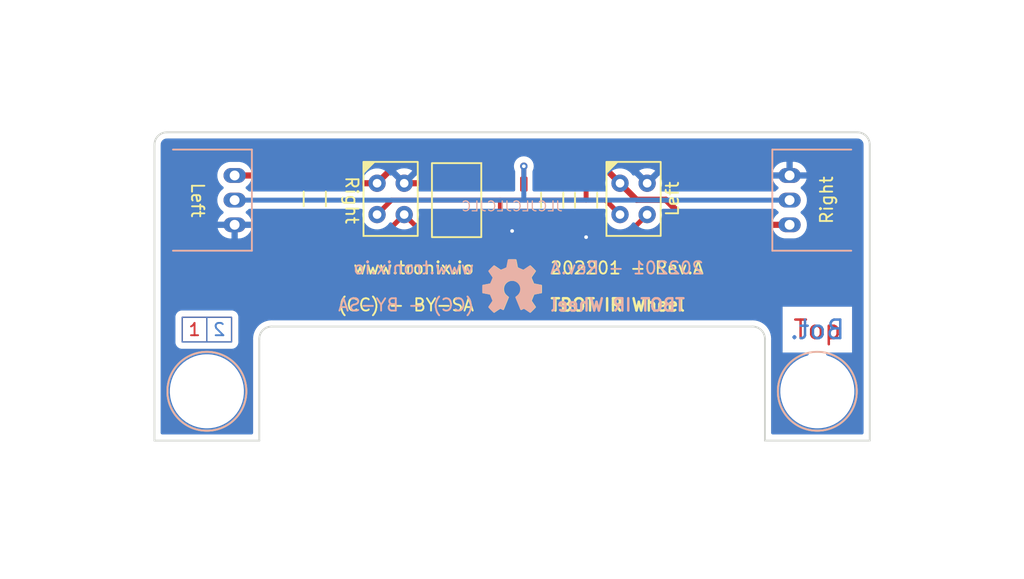
<source format=kicad_pcb>
(kicad_pcb (version 20211014) (generator pcbnew)
  (title_block (title "TBOT - IR Wheel") (date "01/2022") (rev "A"))
  (layers (0 "F.Cu" signal) (31 "B.Cu" signal) (34 "B.Paste" user) (35 "F.Paste" user) (36 "B.SilkS" user "B.Silkscreen") (37 "F.SilkS" user "F.Silkscreen") (38 "B.Mask" user) (39 "F.Mask" user) (44 "Edge.Cuts" user))
  (net 0 "")
  (net 1 "GND")
  (net 2 "+5V")
  (net 3 "Net-(IC1-Pad1)")
  (net 4 "Net-(IC1-Pad4)")
  (net 5 "Net-(K1-Pad2)")
  (net 6 "Net-(U1-Pad3)")
  (footprint "tronixio:zzzTC33X" (layer "F.Cu") (at 124.5 80.5 180)
    (fp_text reference "P1")
    (fp_text value "BOURNS-TC33X-1K")
    (fp_rect (start -2 3) (end 2 -3) (layer "F.SilkS") (width 0.15) (fill none))
    (pad "1" smd roundrect (at -1 2 180) (size 1.2 1.2) (layers "F.Cu" "F.Paste" "F.Mask") (roundrect_rratio 0.15) (net 2 "+5V"))
    (pad "2" smd roundrect (at 0 -2 180) (size 1.5 1.5) (layers "F.Cu" "F.Paste" "F.Mask") (roundrect_rratio 0.15) (net 6 "Net-(U1-Pad3)"))
    (pad "3" smd roundrect (at 1 2 180) (size 1.2 1.2) (layers "F.Cu" "F.Paste" "F.Mask") (roundrect_rratio 0.15) (net 1 "GND"))
  )
  (footprint "tronixio:SOT-23-5" (layer "F.Cu") (at 129 80.5 90)
    (fp_text reference "U1")
    (fp_text value "MICROCHIP-MCP6541-SOT-23")
    (pad "1" smd roundrect (at -1.3 -0.95 90) (size 1.2 0.6) (layers "F.Cu" "F.Paste" "F.Mask") (roundrect_rratio 0.15) (net 4 "Net-(IC1-Pad4)"))
    (pad "2" smd roundrect (at -1.3 0 90) (size 1.2 0.6) (layers "F.Cu" "F.Paste" "F.Mask") (roundrect_rratio 0.15) (net 1 "GND"))
    (pad "3" smd roundrect (at -1.3 0.95 90) (size 1.2 0.6) (layers "F.Cu" "F.Paste" "F.Mask") (roundrect_rratio 0.15) (net 6 "Net-(U1-Pad3)"))
    (pad "4" smd roundrect (at 1.3 0.95 90) (size 1.2 0.6) (layers "F.Cu" "F.Paste" "F.Mask") (roundrect_rratio 0.15) (net 5 "Net-(K1-Pad2)"))
    (pad "5" smd roundrect (at 1.3 -0.95 90) (size 1.2 0.6) (layers "F.Cu" "F.Paste" "F.Mask") (roundrect_rratio 0.15) (net 2 "+5V"))
  )
  (footprint "tronixio:OSHW-5MM" (layer "F.Cu") (at 129 87.5)
    (fp_text reference "GT" hide)
    (fp_text value "LOGO" hide)
    (fp_poly (pts (xy 0.112503 -2.205305) (xy 0.188585 -2.204991) (xy 0.245175 -2.204139) (xy 0.285349 -2.202485) (xy 0.312183 -2.19976) (xy 0.328754 -2.195697) (xy 0.338137 -2.190029) (xy 0.343407 -2.182489) (xy 0.346067 -2.176502) (xy 0.351819 -2.155872) (xy 0.361219 -2.114019) (xy 0.373445 -2.054971) (xy 0.387673 -1.982754) (xy 0.403082 -1.901397) (xy 0.410766 -1.859685) (xy 0.426304 -1.776128) (xy 0.440921 -1.700487) (xy 0.453831 -1.636607) (xy 0.464245 -1.58833) (xy 0.471376 -1.559501) (xy 0.473495 -1.553524) (xy 0.487624 -1.543829) (xy 0.520987 -1.52669) (xy 0.568967 -1.504087) (xy 0.626948 -1.477998) (xy 0.690314 -1.450405) (xy 0.754449 -1.423285) (xy 0.814737 -1.398618) (xy 0.866561 -1.378383) (xy 0.905305 -1.36456) (xy 0.926354 -1.359128) (xy 0.92691 -1.359112) (xy 0.941518 -1.366107) (xy 0.97411 -1.385773) (xy 1.021624 -1.416127) (xy 1.080997 -1.455189) (xy 1.149167 -1.500978) (xy 1.204337 -1.538617) (xy 1.276991 -1.58813) (xy 1.343025 -1.632413) (xy 1.399403 -1.669487) (xy 1.443088 -1.697374) (xy 1.471043 -1.714097) (xy 1.47988 -1.718122) (xy 1.493641 -1.709282) (xy 1.521915 -1.684807) (xy 1.561669 -1.647768) (xy 1.609873 -1.601234) (xy 1.663495 -1.548276) (xy 1.719505 -1.491962) (xy 1.774871 -1.435363) (xy 1.826562 -1.381549) (xy 1.871548 -1.33359) (xy 1.906797 -1.294555) (xy 1.929278 -1.267514) (xy 1.936093 -1.256075) (xy 1.930212 -1.239792) (xy 1.912193 -1.207543) (xy 1.881475 -1.158462) (xy 1.837495 -1.091686) (xy 1.779689 -1.00635) (xy 1.707495 -0.901591) (xy 1.671879 -0.850344) (xy 1.638824 -0.80126) (xy 1.612148 -0.758563) (xy 1.594893 -0.727324) (xy 1.589904 -0.713655) (xy 1.594754 -0.697334) (xy 1.608013 -0.662128) (xy 1.62775 -0.612617) (xy 1.652031 -0.55338) (xy 1.678922 -0.488996) (xy 1.706491 -0.424047) (xy 1.732803 -0.363111) (xy 1.755927 -0.310768) (xy 1.773928 -0.271598) (xy 1.784874 -0.25018) (xy 1.786526 -0.247868) (xy 1.800495 -0.243726) (xy 1.836105 -0.235699) (xy 1.889773 -0.224522) (xy 1.957915 -0.210929) (xy 2.036948 -0.195656) (xy 2.090365 -0.185568) (xy 2.175183 -0.169544) (xy 2.252099 -0.15474) (xy 2.317349 -0.141901) (xy 2.367173 -0.131773) (xy 2.397809 -0.125104) (xy 2.405431 -0.123066) (xy 2.411063 -0.116814) (xy 2.415426 -0.101095) (xy 2.418668 -0.073197) (xy 2.420933 -0.030409) (xy 2.422366 0.02998) (xy 2.423114 0.110684) (xy 2.423321 0.210293) (xy 2.423202 0.310587) (xy 2.422711 0.388201) (xy 2.421649 0.446096) (xy 2.419816 0.487237) (xy 2.417013 0.514584) (xy 2.41304 0.531101) (xy 2.407697 0.53975) (xy 2.400883 0.543466) (xy 2.378661 0.548625) (xy 2.338314 0.556746) (xy 2.286985 0.566415) (xy 2.263049 0.570744) (xy 2.127407 0.595376) (xy 2.016332 0.616479) (xy 1.929018 0.634225) (xy 1.864656 0.64879) (xy 1.82244 0.660347) (xy 1.801562 0.66907) (xy 1.79987 0.670496) (xy 1.791465 0.686078) (xy 1.775685 0.720992) (xy 1.754362 0.770707) (xy 1.729327 0.830694) (xy 1.702414 0.896422) (xy 1.675454 0.96336) (xy 1.650281 1.026979) (xy 1.628726 1.082748) (xy 1.612622 1.126137) (xy 1.603801 1.152615) (xy 1.602692 1.157988) (xy 1.610028 1.172767) (xy 1.63143 1.207108) (xy 1.666036 1.259722) (xy 1.712983 1.329322) (xy 1.771408 1.414621) (xy 1.840447 1.51433) (xy 1.867654 1.553391) (xy 1.897811 1.599113) (xy 1.921185 1.639288) (xy 1.934376 1.667841) (xy 1.936093 1.675677) (xy 1.927103 1.692014) (xy 1.901418 1.723855) (xy 1.860965 1.769075) (xy 1.807672 1.82555) (xy 1.743466 1.891154) (xy 1.71296 1.921664) (xy 1.643302 1.990709) (xy 1.589314 2.043494) (xy 1.548612 2.081971) (xy 1.518813 2.108091) (xy 1.497532 2.123805) (xy 1.482386 2.131066) (xy 1.470991 2.131825) (xy 1.460964 2.128033) (xy 1.460917 2.128008) (xy 1.441892 2.116253) (xy 1.405419 2.09234) (xy 1.355138 2.058707) (xy 1.294686 2.017792) (xy 1.227702 1.972033) (xy 1.210483 1.960205) (xy 1.143557 1.914694) (xy 1.083189 1.874607) (xy 1.032748 1.842104) (xy 0.995605 1.819344) (xy 0.975129 1.808488) (xy 0.972784 1.807875) (xy 0.955044 1.813477) (xy 0.920428 1.82855) (xy 0.874685 1.850498) (xy 0.843591 1.866246) (xy 0.794692 1.890329) (xy 0.754091 1.908142) (xy 0.727189 1.917434) (xy 0.719661 1.917874) (xy 0.71184 1.904564) (xy 0.695873 1.87093) (xy 0.673276 1.820398) (xy 0.645566 1.756397) (xy 0.614262 1.682354) (xy 0.595951 1.638326) (xy 0.555205 1.539832) (xy 0.509885 1.430374) (xy 0.463588 1.318629) (xy 0.419909 1.213275) (xy 0.382617 1.123407) (xy 0.352192 1.049365) (xy 0.325466 0.982847) (xy 0.303922 0.927668) (xy 0.289044 0.887646) (xy 0.282318 0.866596) (xy 0.28208 0.86489) (xy 0.291868 0.850064) (xy 0.317767 0.825757) (xy 0.354572 0.796754) (xy 0.362216 0.791216) (xy 0.47362 0.699405) (xy 0.560778 0.600114) (xy 0.624272 0.492284) (xy 0.664684 0.374854) (xy 0.682594 0.246763) (xy 0.683668 0.205149) (xy 0.672966 0.079705) (xy 0.639876 -0.035509) (xy 0.583362 -0.143051) (xy 0.502387 -0.245478) (xy 0.500128 -0.247901) (xy 0.404266 -0.332655) (xy 0.297367 -0.395917) (xy 0.182586 -0.437559) (xy 0.063074 -0.45745) (xy -0.058015 -0.455461) (xy -0.177529 -0.431461) (xy -0.292317 -0.38532) (xy -0.399224 -0.316909) (xy -0.435557 -0.286461) (xy -0.524789 -0.19034) (xy -0.590858 -0.083248) (xy -0.63358 0.034398) (xy -0.65277 0.162186) (xy -0.653912 0.203806) (xy -0.64477 0.331905) (xy -0.616397 0.446756) (xy -0.567372 0.551025) (xy -0.496276 0.647379) (xy -0.401689 0.738486) (xy -0.345898 0.782346) (xy -0.305473 0.814275) (xy -0.274554 0.84243) (xy -0.257973 0.862253) (xy -0.256436 0.866724) (xy -0.261189 0.882472) (xy -0.274692 0.919019) (xy -0.295811 0.973504) (xy -0.323413 1.043065) (xy -0.356365 1.124837) (xy -0.393532 1.21596) (xy -0.424781 1.291835) (xy -0.466473 1.392714) (xy -0.506757 1.490316) (xy -0.54414 1.581016) (xy -0.57713 1.661187) (xy -0.604234 1.727202) (xy -0.623959 1.775436) (xy -0.631922 1.795053) (xy -0.656173 1.85428) (xy -0.675445 1.89208) (xy -0.695005 1.910535) (xy -0.720119 1.911726) (xy -0.756055 1.897735) (xy -0.80808 1.870643) (xy -0.814523 1.867212) (xy -0.863833 1.841835) (xy -0.905672 1.821875) (xy -0.934272 1.810004) (xy -0.942679 1.807875) (xy -0.957624 1.814831) (xy -0.990452 1.834339) (xy -1.037961 1.864353) (xy -1.096948 1.902829) (xy -1.164211 1.947723) (xy -1.20379 1.974558) (xy -1.273782 2.022017) (xy -1.336742 2.064219) (xy -1.389581 2.099132) (xy -1.429212 2.124728) (xy -1.452547 2.138976) (xy -1.457362 2.141242) (xy -1.468597 2.132572) (xy -1.495354 2.108206) (xy -1.53505 2.070611) (xy -1.585104 2.022252) (xy -1.642932 1.965596) (xy -1.688443 1.920545) (xy -1.754363 1.854061) (xy -1.811428 1.794627) (xy -1.857492 1.744605) (xy -1.890411 1.706358) (xy -1.908038 1.682247) (xy -1.910449 1.676115) (xy -1.903342 1.656709) (xy -1.88402 1.621725) (xy -1.855484 1.576225) (xy -1.822794 1.528185) (xy -1.761853 1.44109) (xy -1.706889 1.361082) (xy -1.659529 1.29063) (xy -1.621397 1.232204) (xy -1.594118 1.188276) (xy -1.579316 1.161316) (xy -1.577082 1.154608) (xy -1.581837 1.136716) (xy -1.594857 1.099854) (xy -1.614275 1.048609) (xy -1.638222 0.987568) (xy -1.664831 0.921316) (xy -1.692235 0.854442) (xy -1.718566 0.791531) (xy -1.741957 0.737171) (xy -1.76054 0.695948) (xy -1.772447 0.672449) (xy -1.774702 0.66925) (xy -1.791569 0.66222) (xy -1.829891 0.651729) (xy -1.885847 0.638647) (xy -1.955617 0.623842) (xy -2.035381 0.608183) (xy -2.07828 0.60022) (xy -2.161621 0.584627) (xy -2.236906 0.569745) (xy -2.300315 0.556391) (xy -2.348033 0.545387) (xy -2.37624 0.537551) (xy -2.381867 0.535051) (xy -2.387099 0.524908) (xy -2.390991 0.502231) (xy -2.393638 0.46456) (xy -2.395134 0.409435) (xy -2.395573 0.334397) (xy -2.39505 0.236985) (xy -2.394689 0.200194) (xy -2.391267 -0.121807) (xy -2.282282 -0.143659) (xy -2.229898 -0.153965) (xy -2.160108 -0.167419) (xy -2.080727 -0.182526) (xy -1.999569 -0.197795) (xy -1.970053 -0.203298) (xy -1.900658 -0.216734) (xy -1.840162 -0.229455) (xy -1.793065 -0.240437) (xy -1.763866 -0.248652) (xy -1.756665 -0.251967) (xy -1.746988 -0.268752) (xy -1.729936 -0.304533) (xy -1.707477 -0.354612) (xy -1.681582 -0.414291) (xy -1.654218 -0.478872) (xy -1.627353 -0.543658) (xy -1.602957 -0.60395) (xy -1.582998 -0.65505) (xy -1.569445 -0.692261) (xy -1.564266 -0.710885) (xy -1.564261 -0.711124) (xy -1.571273 -0.727773) (xy -1.590937 -0.762151) (xy -1.621195 -0.810982) (xy -1.659988 -0.870991) (xy -1.705259 -0.938901) (xy -1.732615 -0.979077) (xy -1.780965 -1.050145) (xy -1.82446 -1.115201) (xy -1.860949 -1.170937) (xy -1.888284 -1.214046) (xy -1.904314 -1.24122) (xy -1.907531 -1.248169) (xy -1.904717 -1.261112) (xy -1.890381 -1.283286) (xy -1.863069 -1.316351) (xy -1.821325 -1.361969) (xy -1.763692 -1.421801) (xy -1.691232 -1.494988) (xy -1.628982 -1.55669) (xy -1.572135 -1.611849) (xy -1.523344 -1.657988) (xy -1.485263 -1.692627) (xy -1.460542 -1.713289) (xy -1.452414 -1.718122) (xy -1.437782 -1.711105) (xy -1.405251 -1.6914) (xy -1.357928 -1.661025) (xy -1.298923 -1.621998) (xy -1.231343 -1.576338) (xy -1.183018 -1.543181) (xy -1.111112 -1.493886) (xy -1.04544 -1.44951) (xy -0.989183 -1.41215) (xy -0.945519 -1.383901) (xy -0.917627 -1.36686) (xy -0.90944 -1.362781) (xy -0.891885 -1.365776) (xy -0.855505 -1.377082) (xy -0.805012 -1.394838) (xy -0.745121 -1.417183) (xy -0.680546 -1.442257) (xy -0.616001 -1.468199) (xy -0.5562 -1.493147) (xy -0.505857 -1.515243) (xy -0.469686 -1.532623) (xy -0.45278 -1.543038) (xy -0.446293 -1.559308) (xy -0.436108 -1.597206) (xy -0.423041 -1.653118) (xy -0.407909 -1.723429) (xy -0.391528 -1.804525) (xy -0.378917 -1.870225) (xy -0.362481 -1.956759) (xy -0.347254 -2.035011) (xy -0.333961 -2.101421) (xy -0.323321 -2.152432) (xy -0.316058 -2.184486) (xy -0.31324 -2.193976) (xy -0.299005 -2.197095) (xy -0.262664 -2.199887) (xy -0.207755 -2.20223) (xy -0.137813 -2.204) (xy -0.056376 -2.205075) (xy 0.013853 -2.205351)) (layer "F.SilkS") (width 0) (fill solid))
  )
  (footprint "tronixio:zzOPB-606" (layer "F.Cu") (at 138.85 80.4)
    (fp_text reference "IC2")
    (fp_text value "TTE-OPB606")
    (fp_rect (start -2.2 3) (end 2.2 -3) (layer "F.SilkS") (width 0.15) (fill none))
    (fp_poly (pts (xy -2.2 -2.1) (xy -2.2 -3) (xy -1.3 -3)) (layer "F.SilkS") (width 0.12) (fill solid))
    (pad "1" thru_hole circle locked (at 1.1 1.27) (size 1.4 1.4) (drill 0.7) (layers *.Cu *.Mask) (net 3 "Net-(IC1-Pad1)"))
    (pad "2" thru_hole circle locked (at 1.1 -1.27) (size 1.4 1.4) (drill 0.7) (layers *.Cu *.Mask) (net 1 "GND"))
    (pad "3" thru_hole circle locked (at -1.1 -1.27) (size 1.4 1.4) (drill 0.7) (layers *.Cu *.Mask) (net 2 "+5V"))
    (pad "4" thru_hole circle locked (at -1.1 1.27) (size 1.4 1.4) (drill 0.7) (layers *.Cu *.Mask) (net 4 "Net-(IC1-Pad4)"))
  )
  (footprint "tronixio:RESISTOR-1206" (layer "F.Cu") (at 135 80.5 90)
    (fp_text reference "R2")
    (fp_text value "10K")
    (fp_line (start -0.6 0.9) (end 0.6 0.9) (layer "F.SilkS") (width 0.15))
    (fp_line (start -0.6 -0.9) (end 0.6 -0.9) (layer "F.SilkS") (width 0.15))
    (pad "1" smd roundrect (at -1.5 0 90) (size 1.3 1.75) (layers "F.Cu" "F.Paste" "F.Mask") (roundrect_rratio 0.15) (net 1 "GND"))
    (pad "2" smd roundrect (at 1.5 0 90) (size 1.3 1.75) (layers "F.Cu" "F.Paste" "F.Mask") (roundrect_rratio 0.15) (net 4 "Net-(IC1-Pad4)"))
  )
  (footprint "tronixio:zzOPB-606" (layer "F.Cu") (at 119.15 80.4)
    (fp_text reference "IC1")
    (fp_text value "TTE-OPB606")
    (fp_rect (start -2.2 3) (end 2.2 -3) (layer "F.SilkS") (width 0.15) (fill none))
    (fp_poly (pts (xy -2.2 -2.1) (xy -2.2 -3) (xy -1.3 -3)) (layer "F.SilkS") (width 0.12) (fill solid))
    (pad "1" thru_hole circle locked (at 1.1 1.27) (size 1.4 1.4) (drill 0.7) (layers *.Cu *.Mask) (net 3 "Net-(IC1-Pad1)"))
    (pad "2" thru_hole circle locked (at 1.1 -1.27) (size 1.4 1.4) (drill 0.7) (layers *.Cu *.Mask) (net 1 "GND"))
    (pad "3" thru_hole circle locked (at -1.1 -1.27) (size 1.4 1.4) (drill 0.7) (layers *.Cu *.Mask) (net 2 "+5V"))
    (pad "4" thru_hole circle locked (at -1.1 1.27) (size 1.4 1.4) (drill 0.7) (layers *.Cu *.Mask) (net 4 "Net-(IC1-Pad4)"))
  )
  (footprint "tronixio:CAPACITOR-1206" (layer "F.Cu") (at 132.25 80.5 -90)
    (fp_text reference "C1")
    (fp_text value "100n")
    (fp_line (start -0.6 0.9) (end 0.6 0.9) (layer "F.SilkS") (width 0.15))
    (fp_line (start -0.6 -0.9) (end 0.6 -0.9) (layer "F.SilkS") (width 0.15))
    (pad "1" smd roundrect (at -1.5 0 270) (size 1.3 1.75) (layers "F.Cu" "F.Paste" "F.Mask") (roundrect_rratio 0.15) (net 2 "+5V"))
    (pad "2" smd roundrect (at 1.5 0 270) (size 1.3 1.75) (layers "F.Cu" "F.Paste" "F.Mask") (roundrect_rratio 0.15) (net 1 "GND"))
  )
  (footprint "tronixio:RESISTOR-1206" (layer "F.Cu") (at 113 80.4 90)
    (fp_text reference "R1")
    (fp_text value "220Ω")
    (fp_line (start -0.6 -0.9) (end 0.6 -0.9) (layer "F.SilkS") (width 0.15))
    (fp_line (start -0.6 0.9) (end 0.6 0.9) (layer "F.SilkS") (width 0.15))
    (pad "1" smd roundrect (at -1.5 0 90) (size 1.3 1.75) (layers "F.Cu" "F.Paste" "F.Mask") (roundrect_rratio 0.15) (net 3 "Net-(IC1-Pad1)"))
    (pad "2" smd roundrect (at 1.5 0 90) (size 1.3 1.75) (layers "F.Cu" "F.Paste" "F.Mask") (roundrect_rratio 0.15) (net 2 "+5V"))
  )
  (footprint "tronixio:M3-MASK" (layer "B.Cu") (at 153.75 96 180)
    (fp_text reference "H2" hide)
    (fp_text value "MOUNTING-HOLE-MASK-3MM" hide)
    (fp_circle (center 0 0) (end 3.2 0) (layer "B.SilkS") (width 0.15) (fill none))
    (fp_circle (center 0 0) (end 3.2 0) (layer "F.SilkS") (width 0.15) (fill none))
    (pad "" np_thru_hole circle locked (at 0 0 180) (size 3 3) (drill 3) (layers F&B.Cu *.Mask) (clearance 1.5))
  )
  (footprint "tronixio:MOLEX-532540370" (layer "B.Cu") (at 151.5 82.5 90)
    (fp_text reference "K2")
    (fp_text value "MOLEX-MICRO-LATCH-03-RIGHT-ANGLE")
    (fp_line (start -2.1 -1.4) (end 6.1 -1.4) (layer "B.SilkS") (width 0.15))
    (fp_line (start -2.1 5) (end -2.1 -1.4) (layer "B.SilkS") (width 0.15))
    (fp_line (start 6.1 -1.4) (end 6.1 5) (layer "B.SilkS") (width 0.15))
    (pad "1" thru_hole oval locked (at 0 0 90) (size 1.2 1.8) (drill 0.8) (layers *.Cu *.Mask) (net 2 "+5V"))
    (pad "2" thru_hole oval locked (at 2 0 90) (size 1.2 1.8) (drill 0.8) (layers *.Cu *.Mask) (net 5 "Net-(K1-Pad2)"))
    (pad "3" thru_hole oval locked (at 4 0 90) (size 1.2 1.8) (drill 0.8) (layers *.Cu *.Mask) (net 1 "GND"))
  )
  (footprint "tronixio:M3-MASK" (layer "B.Cu") (at 104.25 96 90)
    (fp_text reference "H1" hide)
    (fp_text value "MOUNTING-HOLE-MASK-3MM" hide)
    (fp_circle (center 0 0) (end 3.2 0) (layer "B.SilkS") (width 0.15) (fill none))
    (fp_circle (center 0 0) (end 3.2 0) (layer "F.SilkS") (width 0.15) (fill none))
    (pad "" np_thru_hole circle locked (at 0 0 90) (size 3 3) (drill 3) (layers F&B.Cu *.Mask) (clearance 1.5))
  )
  (footprint "tronixio:MOLEX-532540370" (layer "B.Cu") (at 106.5 78.5 -90)
    (fp_text reference "K1")
    (fp_text value "MOLEX-MICRO-LATCH-03-RIGHT-ANGLE")
    (fp_line (start -2.1 5) (end -2.1 -1.4) (layer "B.SilkS") (width 0.15))
    (fp_line (start 6.1 -1.4) (end 6.1 5) (layer "B.SilkS") (width 0.15))
    (fp_line (start -2.1 -1.4) (end 6.1 -1.4) (layer "B.SilkS") (width 0.15))
    (pad "1" thru_hole oval locked (at 0 0 270) (size 1.2 1.8) (drill 0.8) (layers *.Cu *.Mask) (net 2 "+5V"))
    (pad "2" thru_hole oval locked (at 2 0 270) (size 1.2 1.8) (drill 0.8) (layers *.Cu *.Mask) (net 5 "Net-(K1-Pad2)"))
    (pad "3" thru_hole oval locked (at 4 0 270) (size 1.2 1.8) (drill 0.8) (layers *.Cu *.Mask) (net 1 "GND"))
  )
  (footprint "tronixio:OSHW-5MM" (layer "B.Cu") (at 129 87.5 180)
    (fp_text reference "GB" hide)
    (fp_text value "LOGO" hide)
    (fp_poly (pts (xy 0.112503 2.205305) (xy 0.188585 2.204991) (xy 0.245175 2.204139) (xy 0.285349 2.202485) (xy 0.312183 2.19976) (xy 0.328754 2.195697) (xy 0.338137 2.190029) (xy 0.343407 2.182489) (xy 0.346067 2.176502) (xy 0.351819 2.155872) (xy 0.361219 2.114019) (xy 0.373445 2.054971) (xy 0.387673 1.982754) (xy 0.403082 1.901397) (xy 0.410766 1.859685) (xy 0.426304 1.776128) (xy 0.440921 1.700487) (xy 0.453831 1.636607) (xy 0.464245 1.58833) (xy 0.471376 1.559501) (xy 0.473495 1.553524) (xy 0.487624 1.543829) (xy 0.520987 1.52669) (xy 0.568967 1.504087) (xy 0.626948 1.477998) (xy 0.690314 1.450405) (xy 0.754449 1.423285) (xy 0.814737 1.398618) (xy 0.866561 1.378383) (xy 0.905305 1.36456) (xy 0.926354 1.359128) (xy 0.92691 1.359112) (xy 0.941518 1.366107) (xy 0.97411 1.385773) (xy 1.021624 1.416127) (xy 1.080997 1.455189) (xy 1.149167 1.500978) (xy 1.204337 1.538617) (xy 1.276991 1.58813) (xy 1.343025 1.632413) (xy 1.399403 1.669487) (xy 1.443088 1.697374) (xy 1.471043 1.714097) (xy 1.47988 1.718122) (xy 1.493641 1.709282) (xy 1.521915 1.684807) (xy 1.561669 1.647768) (xy 1.609873 1.601234) (xy 1.663495 1.548276) (xy 1.719505 1.491962) (xy 1.774871 1.435363) (xy 1.826562 1.381549) (xy 1.871548 1.33359) (xy 1.906797 1.294555) (xy 1.929278 1.267514) (xy 1.936093 1.256075) (xy 1.930212 1.239792) (xy 1.912193 1.207543) (xy 1.881475 1.158462) (xy 1.837495 1.091686) (xy 1.779689 1.00635) (xy 1.707495 0.901591) (xy 1.671879 0.850344) (xy 1.638824 0.80126) (xy 1.612148 0.758563) (xy 1.594893 0.727324) (xy 1.589904 0.713655) (xy 1.594754 0.697334) (xy 1.608013 0.662128) (xy 1.62775 0.612617) (xy 1.652031 0.55338) (xy 1.678922 0.488996) (xy 1.706491 0.424047) (xy 1.732803 0.363111) (xy 1.755927 0.310768) (xy 1.773928 0.271598) (xy 1.784874 0.25018) (xy 1.786526 0.247868) (xy 1.800495 0.243726) (xy 1.836105 0.235699) (xy 1.889773 0.224522) (xy 1.957915 0.210929) (xy 2.036948 0.195656) (xy 2.090365 0.185568) (xy 2.175183 0.169544) (xy 2.252099 0.15474) (xy 2.317349 0.141901) (xy 2.367173 0.131773) (xy 2.397809 0.125104) (xy 2.405431 0.123066) (xy 2.411063 0.116814) (xy 2.415426 0.101095) (xy 2.418668 0.073197) (xy 2.420933 0.030409) (xy 2.422366 -0.02998) (xy 2.423114 -0.110684) (xy 2.423321 -0.210293) (xy 2.423202 -0.310587) (xy 2.422711 -0.388201) (xy 2.421649 -0.446096) (xy 2.419816 -0.487237) (xy 2.417013 -0.514584) (xy 2.41304 -0.531101) (xy 2.407697 -0.53975) (xy 2.400883 -0.543466) (xy 2.378661 -0.548625) (xy 2.338314 -0.556746) (xy 2.286985 -0.566415) (xy 2.263049 -0.570744) (xy 2.127407 -0.595376) (xy 2.016332 -0.616479) (xy 1.929018 -0.634225) (xy 1.864656 -0.64879) (xy 1.82244 -0.660347) (xy 1.801562 -0.66907) (xy 1.79987 -0.670496) (xy 1.791465 -0.686078) (xy 1.775685 -0.720992) (xy 1.754362 -0.770707) (xy 1.729327 -0.830694) (xy 1.702414 -0.896422) (xy 1.675454 -0.96336) (xy 1.650281 -1.026979) (xy 1.628726 -1.082748) (xy 1.612622 -1.126137) (xy 1.603801 -1.152615) (xy 1.602692 -1.157988) (xy 1.610028 -1.172767) (xy 1.63143 -1.207108) (xy 1.666036 -1.259722) (xy 1.712983 -1.329322) (xy 1.771408 -1.414621) (xy 1.840447 -1.51433) (xy 1.867654 -1.553391) (xy 1.897811 -1.599113) (xy 1.921185 -1.639288) (xy 1.934376 -1.667841) (xy 1.936093 -1.675677) (xy 1.927103 -1.692014) (xy 1.901418 -1.723855) (xy 1.860965 -1.769075) (xy 1.807672 -1.82555) (xy 1.743466 -1.891154) (xy 1.71296 -1.921664) (xy 1.643302 -1.990709) (xy 1.589314 -2.043494) (xy 1.548612 -2.081971) (xy 1.518813 -2.108091) (xy 1.497532 -2.123805) (xy 1.482386 -2.131066) (xy 1.470991 -2.131825) (xy 1.460964 -2.128033) (xy 1.460917 -2.128008) (xy 1.441892 -2.116253) (xy 1.405419 -2.09234) (xy 1.355138 -2.058707) (xy 1.294686 -2.017792) (xy 1.227702 -1.972033) (xy 1.210483 -1.960205) (xy 1.143557 -1.914694) (xy 1.083189 -1.874607) (xy 1.032748 -1.842104) (xy 0.995605 -1.819344) (xy 0.975129 -1.808488) (xy 0.972784 -1.807875) (xy 0.955044 -1.813477) (xy 0.920428 -1.82855) (xy 0.874685 -1.850498) (xy 0.843591 -1.866246) (xy 0.794692 -1.890329) (xy 0.754091 -1.908142) (xy 0.727189 -1.917434) (xy 0.719661 -1.917874) (xy 0.71184 -1.904564) (xy 0.695873 -1.87093) (xy 0.673276 -1.820398) (xy 0.645566 -1.756397) (xy 0.614262 -1.682354) (xy 0.595951 -1.638326) (xy 0.555205 -1.539832) (xy 0.509885 -1.430374) (xy 0.463588 -1.318629) (xy 0.419909 -1.213275) (xy 0.382617 -1.123407) (xy 0.352192 -1.049365) (xy 0.325466 -0.982847) (xy 0.303922 -0.927668) (xy 0.289044 -0.887646) (xy 0.282318 -0.866596) (xy 0.28208 -0.86489) (xy 0.291868 -0.850064) (xy 0.317767 -0.825757) (xy 0.354572 -0.796754) (xy 0.362216 -0.791216) (xy 0.47362 -0.699405) (xy 0.560778 -0.600114) (xy 0.624272 -0.492284) (xy 0.664684 -0.374854) (xy 0.682594 -0.246763) (xy 0.683668 -0.205149) (xy 0.672966 -0.079705) (xy 0.639876 0.035509) (xy 0.583362 0.143051) (xy 0.502387 0.245478) (xy 0.500128 0.247901) (xy 0.404266 0.332655) (xy 0.297367 0.395917) (xy 0.182586 0.437559) (xy 0.063074 0.45745) (xy -0.058015 0.455461) (xy -0.177529 0.431461) (xy -0.292317 0.38532) (xy -0.399224 0.316909) (xy -0.435557 0.286461) (xy -0.524789 0.19034) (xy -0.590858 0.083248) (xy -0.63358 -0.034398) (xy -0.65277 -0.162186) (xy -0.653912 -0.203806) (xy -0.64477 -0.331905) (xy -0.616397 -0.446756) (xy -0.567372 -0.551025) (xy -0.496276 -0.647379) (xy -0.401689 -0.738486) (xy -0.345898 -0.782346) (xy -0.305473 -0.814275) (xy -0.274554 -0.84243) (xy -0.257973 -0.862253) (xy -0.256436 -0.866724) (xy -0.261189 -0.882472) (xy -0.274692 -0.919019) (xy -0.295811 -0.973504) (xy -0.323413 -1.043065) (xy -0.356365 -1.124837) (xy -0.393532 -1.21596) (xy -0.424781 -1.291835) (xy -0.466473 -1.392714) (xy -0.506757 -1.490316) (xy -0.54414 -1.581016) (xy -0.57713 -1.661187) (xy -0.604234 -1.727202) (xy -0.623959 -1.775436) (xy -0.631922 -1.795053) (xy -0.656173 -1.85428) (xy -0.675445 -1.89208) (xy -0.695005 -1.910535) (xy -0.720119 -1.911726) (xy -0.756055 -1.897735) (xy -0.80808 -1.870643) (xy -0.814523 -1.867212) (xy -0.863833 -1.841835) (xy -0.905672 -1.821875) (xy -0.934272 -1.810004) (xy -0.942679 -1.807875) (xy -0.957624 -1.814831) (xy -0.990452 -1.834339) (xy -1.037961 -1.864353) (xy -1.096948 -1.902829) (xy -1.164211 -1.947723) (xy -1.20379 -1.974558) (xy -1.273782 -2.022017) (xy -1.336742 -2.064219) (xy -1.389581 -2.099132) (xy -1.429212 -2.124728) (xy -1.452547 -2.138976) (xy -1.457362 -2.141242) (xy -1.468597 -2.132572) (xy -1.495354 -2.108206) (xy -1.53505 -2.070611) (xy -1.585104 -2.022252) (xy -1.642932 -1.965596) (xy -1.688443 -1.920545) (xy -1.754363 -1.854061) (xy -1.811428 -1.794627) (xy -1.857492 -1.744605) (xy -1.890411 -1.706358) (xy -1.908038 -1.682247) (xy -1.910449 -1.676115) (xy -1.903342 -1.656709) (xy -1.88402 -1.621725) (xy -1.855484 -1.576225) (xy -1.822794 -1.528185) (xy -1.761853 -1.44109) (xy -1.706889 -1.361082) (xy -1.659529 -1.29063) (xy -1.621397 -1.232204) (xy -1.594118 -1.188276) (xy -1.579316 -1.161316) (xy -1.577082 -1.154608) (xy -1.581837 -1.136716) (xy -1.594857 -1.099854) (xy -1.614275 -1.048609) (xy -1.638222 -0.987568) (xy -1.664831 -0.921316) (xy -1.692235 -0.854442) (xy -1.718566 -0.791531) (xy -1.741957 -0.737171) (xy -1.76054 -0.695948) (xy -1.772447 -0.672449) (xy -1.774702 -0.66925) (xy -1.791569 -0.66222) (xy -1.829891 -0.651729) (xy -1.885847 -0.638647) (xy -1.955617 -0.623842) (xy -2.035381 -0.608183) (xy -2.07828 -0.60022) (xy -2.161621 -0.584627) (xy -2.236906 -0.569745) (xy -2.300315 -0.556391) (xy -2.348033 -0.545387) (xy -2.37624 -0.537551) (xy -2.381867 -0.535051) (xy -2.387099 -0.524908) (xy -2.390991 -0.502231) (xy -2.393638 -0.46456) (xy -2.395134 -0.409435) (xy -2.395573 -0.334397) (xy -2.39505 -0.236985) (xy -2.394689 -0.200194) (xy -2.391267 0.121807) (xy -2.282282 0.143659) (xy -2.229898 0.153965) (xy -2.160108 0.167419) (xy -2.080727 0.182526) (xy -1.999569 0.197795) (xy -1.970053 0.203298) (xy -1.900658 0.216734) (xy -1.840162 0.229455) (xy -1.793065 0.240437) (xy -1.763866 0.248652) (xy -1.756665 0.251967) (xy -1.746988 0.268752) (xy -1.729936 0.304533) (xy -1.707477 0.354612) (xy -1.681582 0.414291) (xy -1.654218 0.478872) (xy -1.627353 0.543658) (xy -1.602957 0.60395) (xy -1.582998 0.65505) (xy -1.569445 0.692261) (xy -1.564266 0.710885) (xy -1.564261 0.711124) (xy -1.571273 0.727773) (xy -1.590937 0.762151) (xy -1.621195 0.810982) (xy -1.659988 0.870991) (xy -1.705259 0.938901) (xy -1.732615 0.979077) (xy -1.780965 1.050145) (xy -1.82446 1.115201) (xy -1.860949 1.170937) (xy -1.888284 1.214046) (xy -1.904314 1.24122) (xy -1.907531 1.248169) (xy -1.904717 1.261112) (xy -1.890381 1.283286) (xy -1.863069 1.316351) (xy -1.821325 1.361969) (xy -1.763692 1.421801) (xy -1.691232 1.494988) (xy -1.628982 1.55669) (xy -1.572135 1.611849) (xy -1.523344 1.657988) (xy -1.485263 1.692627) (xy -1.460542 1.713289) (xy -1.452414 1.718122) (xy -1.437782 1.711105) (xy -1.405251 1.6914) (xy -1.357928 1.661025) (xy -1.298923 1.621998) (xy -1.231343 1.576338) (xy -1.183018 1.543181) (xy -1.111112 1.493886) (xy -1.04544 1.44951) (xy -0.989183 1.41215) (xy -0.945519 1.383901) (xy -0.917627 1.36686) (xy -0.90944 1.362781) (xy -0.891885 1.365776) (xy -0.855505 1.377082) (xy -0.805012 1.394838) (xy -0.745121 1.417183) (xy -0.680546 1.442257) (xy -0.616001 1.468199) (xy -0.5562 1.493147) (xy -0.505857 1.515243) (xy -0.469686 1.532623) (xy -0.45278 1.543038) (xy -0.446293 1.559308) (xy -0.436108 1.597206) (xy -0.423041 1.653118) (xy -0.407909 1.723429) (xy -0.391528 1.804525) (xy -0.378917 1.870225) (xy -0.362481 1.956759) (xy -0.347254 2.035011) (xy -0.333961 2.101421) (xy -0.323321 2.152432) (xy -0.316058 2.184486) (xy -0.31324 2.193976) (xy -0.299005 2.197095) (xy -0.262664 2.199887) (xy -0.207755 2.20223) (xy -0.137813 2.204) (xy -0.056376 2.205075) (xy 0.013853 2.205351)) (layer "B.SilkS") (width 0) (fill solid))
  )
  (gr_rect (start 102.25 92) (end 106.25 90) (layer "F.Cu") (width 0.1) (fill none))
  (gr_line (start 104.25 92) (end 104.25 90) (layer "F.Cu") (width 0.1))
  (gr_line (start 104.25 92) (end 104.25 90) (layer "B.Cu") (width 0.1))
  (gr_rect (start 102.25 92) (end 106.25 90) (layer "B.Cu") (width 0.1) (fill none))
  (gr_arc (start 148.5 90.75) (mid 149.207107 91.042893) (end 149.5 91.75) (layer "Edge.Cuts") (width 0.15))
  (gr_arc (start 157 75) (mid 157.707107 75.292893) (end 158 76) (layer "Edge.Cuts") (width 0.15))
  (gr_line (start 149.5 100) (end 158 100) (layer "Edge.Cuts") (width 0.15))
  (gr_line (start 100 76) (end 100 100) (layer "Edge.Cuts") (width 0.15))
  (gr_arc (start 108.5 91.75) (mid 108.792893 91.042893) (end 109.5 90.75) (layer "Edge.Cuts") (width 0.15))
  (gr_line (start 100 100) (end 108.5 100) (layer "Edge.Cuts") (width 0.15))
  (gr_line (start 149.5 91.75) (end 149.5 100) (layer "Edge.Cuts") (width 0.15))
  (gr_line (start 157 75) (end 101 75) (layer "Edge.Cuts") (width 0.15))
  (gr_arc (start 100 76) (mid 100.292893 75.292893) (end 101 75) (layer "Edge.Cuts") (width 0.15))
  (gr_line (start 108.5 91.75) (end 108.5 100) (layer "Edge.Cuts") (width 0.15))
  (gr_line (start 109.5 90.75) (end 148.5 90.75) (layer "Edge.Cuts") (width 0.15))
  (gr_line (start 158 100) (end 158 76) (layer "Edge.Cuts") (width 0.15))
  (gr_text "Top" (at 153.75 91) (layer "F.Cu") (effects (font (size 1.5 1.5) (thickness 0.2))))
  (gr_text "1" (at 103.25 91) (layer "F.Cu") (effects (font (size 1 1))))
  (gr_text "2" (at 105.25 91) (layer "B.Cu") (effects (font (size 1 1)) (justify mirror)))
  (gr_text "Bot." (at 153.75 91) (layer "B.Cu") (effects (font (size 1.5 1.5) (thickness 0.2)) (justify mirror)))
  (gr_text "202201 - Rev.A" (at 132 86) (layer "B.SilkS") (effects (font (size 1 1)) (justify right mirror)))
  (gr_text "JLCJLCJLCJLC" (at 129 81) (layer "B.SilkS") (effects (font (size 0.8 0.8) (thickness 0.1)) (justify mirror)))
  (gr_text "(CC) - BY-SA" (at 126 89) (layer "B.SilkS") (effects (font (size 1 1)) (justify left mirror)))
  (gr_text "TBOT IR Wheel" (at 132 89) (layer "B.SilkS") (effects (font (size 1 1) (thickness 0.2)) (justify right mirror)))
  (gr_text "www.tronix.io" (at 126 86) (layer "B.SilkS") (effects (font (size 1 1)) (justify left mirror)))
  (gr_text "Right" (at 116 80.5 270) (layer "F.SilkS") (effects (font (size 1 1))))
  (gr_text "Right" (at 154.5 80.5 90) (layer "F.SilkS") (effects (font (size 1 1))))
  (gr_text "www.tronix.io" (at 126 86) (layer "F.SilkS") (effects (font (size 1 1)) (justify right)))
  (gr_text "202201 - Rev.A" (at 132 86) (layer "F.SilkS") (effects (font (size 1 1)) (justify left)))
  (gr_text "TBOT IR Wheel" (at 132 89) (layer "F.SilkS") (effects (font (size 1 1) (thickness 0.2)) (justify left)))
  (gr_text "(CC) - BY-SA" (at 126 89) (layer "F.SilkS") (effects (font (size 1 1)) (justify right)))
  (gr_text "Left" (at 142 80.4 90) (layer "F.SilkS") (effects (font (size 1 1))))
  (gr_text "Left" (at 103.5 80.5 270) (layer "F.SilkS") (effects (font (size 1 1))))
  (segment (start 122.5 78.5) (end 123.5 78.5) (width 0.5) (layer "F.Cu") (net 1))
  (segment (start 135 82) (end 132.25 82) (width 0.5) (layer "F.Cu") (net 1))
  (segment (start 120.25 79.13) (end 121.87 79.13) (width 0.5) (layer "F.Cu") (net 1))
  (segment (start 129 81.8) (end 129 83) (width 0.5) (layer "F.Cu") (net 1))
  (segment (start 121.87 79.13) (end 122.5 78.5) (width 0.5) (layer "F.Cu") (net 1))
  (segment (start 135 83.5) (end 135 82) (width 0.5) (layer "F.Cu") (net 1))
  (via (at 129 83) (size 0.6) (drill 0.3) (layers "F.Cu" "B.Cu") (net 1))
  (via (at 135 83.5) (size 0.6) (drill 0.3) (layers "F.Cu" "B.Cu") (net 1))
  (segment (start 114.4 78.9) (end 113 78.9) (width 0.5) (layer "F.Cu") (net 2))
  (segment (start 132.25 79) (end 132.25 76.5) (width 0.5) (layer "F.Cu") (net 2))
  (segment (start 135.12 76.5) (end 123.5 76.5) (width 0.5) (layer "F.Cu") (net 2))
  (segment (start 118.05 79.13) (end 114.63 79.13) (width 0.5) (layer "F.Cu") (net 2))
  (segment (start 126.5 78.5) (end 125.5 78.5) (width 0.5) (layer "F.Cu") (net 2))
  (segment (start 127.2 79.2) (end 126.5 78.5) (width 0.5) (layer "F.Cu") (net 2))
  (segment (start 151.5 82.5) (end 143.5 82.5) (width 0.5) (layer "F.Cu") (net 2))
  (segment (start 128.05 79.2) (end 127.2 79.2) (width 0.5) (layer "F.Cu") (net 2))
  (segment (start 120.68 76.5) (end 118.05 79.13) (width 0.5) (layer "F.Cu") (net 2))
  (segment (start 141.470489 80.470489) (end 139.090489 80.470489) (width 0.5) (layer "F.Cu") (net 2))
  (segment (start 143.5 82.5) (end 141.470489 80.470489) (width 0.5) (layer "F.Cu") (net 2))
  (segment (start 113 78.9) (end 111.4 78.9) (width 0.5) (layer "F.Cu") (net 2))
  (segment (start 111.4 78.9) (end 111 78.5) (width 0.5) (layer "F.Cu") (net 2))
  (segment (start 128.05 79.2) (end 128.05 76.5) (width 0.5) (layer "F.Cu") (net 2))
  (segment (start 137.75 79.13) (end 135.12 76.5) (width 0.5) (layer "F.Cu") (net 2))
  (segment (start 123.5 76.5) (end 120.68 76.5) (width 0.5) (layer "F.Cu") (net 2))
  (segment (start 139.090489 80.470489) (end 137.75 79.13) (width 0.5) (layer "F.Cu") (net 2))
  (segment (start 111 78.5) (end 106.5 78.5) (width 0.5) (layer "F.Cu") (net 2))
  (segment (start 114.63 79.13) (end 114.4 78.9) (width 0.5) (layer "F.Cu") (net 2))
  (segment (start 120.25 81.67) (end 123.17952 84.59952) (width 0.4) (layer "F.Cu") (net 3))
  (segment (start 137.02048 84.59952) (end 139.95 81.67) (width 0.4) (layer "F.Cu") (net 3))
  (segment (start 120.25 81.67) (end 118.42 83.5) (width 0.4) (layer "F.Cu") (net 3))
  (segment (start 123.17952 84.59952) (end 137.02048 84.59952) (width 0.4) (layer "F.Cu") (net 3))
  (segment (start 113 83) (end 113 81.9) (width 0.4) (layer "F.Cu") (net 3))
  (segment (start 118.42 83.5) (end 113.5 83.5) (width 0.4) (layer "F.Cu") (net 3))
  (segment (start 113.5 83.5) (end 113 83) (width 0.4) (layer "F.Cu") (net 3))
  (segment (start 128 80.5) (end 119.22 80.5) (width 0.4) (layer "F.Cu") (net 4))
  (segment (start 136.58 80.5) (end 135 80.5) (width 0.4) (layer "F.Cu") (net 4))
  (segment (start 128.05 81.8) (end 128.05 80.5) (width 0.4) (layer "F.Cu") (net 4))
  (segment (start 135 79) (end 135 80.5) (width 0.4) (layer "F.Cu") (net 4))
  (segment (start 137.75 81.67) (end 136.58 80.5) (width 0.4) (layer "F.Cu") (net 4))
  (segment (start 119.22 80.5) (end 118.05 81.67) (width 0.4) (layer "F.Cu") (net 4))
  (segment (start 135 80.5) (end 128 80.5) (width 0.4) (layer "F.Cu") (net 4))
  (segment (start 129.95 79.2) (end 129.95 77.75) (width 0.4) (layer "F.Cu") (net 5))
  (via (at 129.95 77.75) (size 0.6) (drill 0.3) (layers "F.Cu" "B.Cu") (net 5))
  (segment (start 106.5 80.5) (end 130 80.5) (width 0.4) (layer "B.Cu") (net 5))
  (segment (start 129.95 77.75) (end 129.95 80.5) (width 0.4) (layer "B.Cu") (net 5))
  (segment (start 130 80.5) (end 151.5 80.5) (width 0.4) (layer "B.Cu") (net 5))
  (segment (start 127.249511 83.749511) (end 129.310459 83.749511) (width 0.4) (layer "F.Cu") (net 6))
  (segment (start 129.310459 83.749511) (end 129.95 83.10997) (width 0.4) (layer "F.Cu") (net 6))
  (segment (start 124.5 82.5) (end 126 82.5) (width 0.4) (layer "F.Cu") (net 6))
  (segment (start 126 82.5) (end 127.249511 83.749511) (width 0.4) (layer "F.Cu") (net 6))
  (segment (start 129.95 83.10997) (end 129.95 81.8) (width 0.4) (layer "F.Cu") (net 6))
  (zone (net 1) (net_name "GND") (layer "B.Cu") (connect_pads (clearance 0.5)) (min_thickness 0.254) (fill yes (thermal_gap 0.508) (thermal_bridge_width 0.508))
    (polygon (pts (xy 158 100) (xy 100 100) (xy 100 75) (xy 158 75)))
  )
)
</source>
